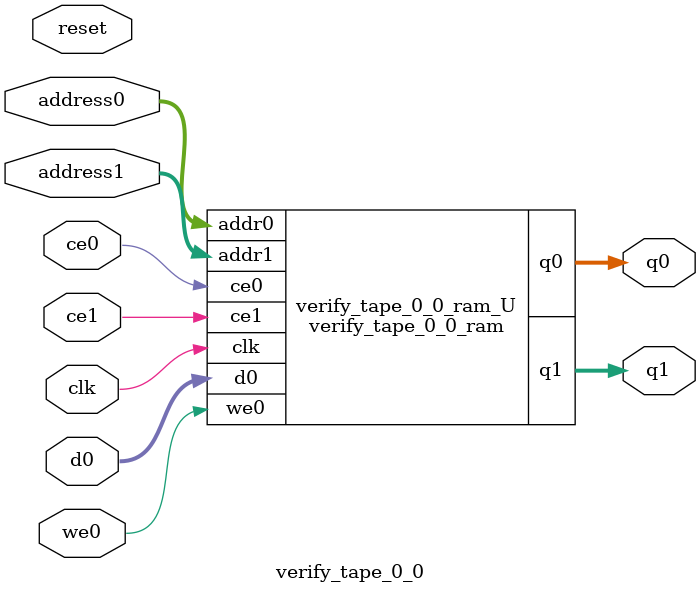
<source format=v>
`timescale 1 ns / 1 ps
module verify_tape_0_0_ram (addr0, ce0, d0, we0, q0, addr1, ce1, q1,  clk);

parameter DWIDTH = 8;
parameter AWIDTH = 9;
parameter MEM_SIZE = 498;

input[AWIDTH-1:0] addr0;
input ce0;
input[DWIDTH-1:0] d0;
input we0;
output reg[DWIDTH-1:0] q0;
input[AWIDTH-1:0] addr1;
input ce1;
output reg[DWIDTH-1:0] q1;
input clk;

(* ram_style = "block" *)reg [DWIDTH-1:0] ram[0:MEM_SIZE-1];




always @(posedge clk)  
begin 
    if (ce0) begin
        if (we0) 
            ram[addr0] <= d0; 
        q0 <= ram[addr0];
    end
end


always @(posedge clk)  
begin 
    if (ce1) begin
        q1 <= ram[addr1];
    end
end


endmodule

`timescale 1 ns / 1 ps
module verify_tape_0_0(
    reset,
    clk,
    address0,
    ce0,
    we0,
    d0,
    q0,
    address1,
    ce1,
    q1);

parameter DataWidth = 32'd8;
parameter AddressRange = 32'd498;
parameter AddressWidth = 32'd9;
input reset;
input clk;
input[AddressWidth - 1:0] address0;
input ce0;
input we0;
input[DataWidth - 1:0] d0;
output[DataWidth - 1:0] q0;
input[AddressWidth - 1:0] address1;
input ce1;
output[DataWidth - 1:0] q1;



verify_tape_0_0_ram verify_tape_0_0_ram_U(
    .clk( clk ),
    .addr0( address0 ),
    .ce0( ce0 ),
    .we0( we0 ),
    .d0( d0 ),
    .q0( q0 ),
    .addr1( address1 ),
    .ce1( ce1 ),
    .q1( q1 ));

endmodule


</source>
